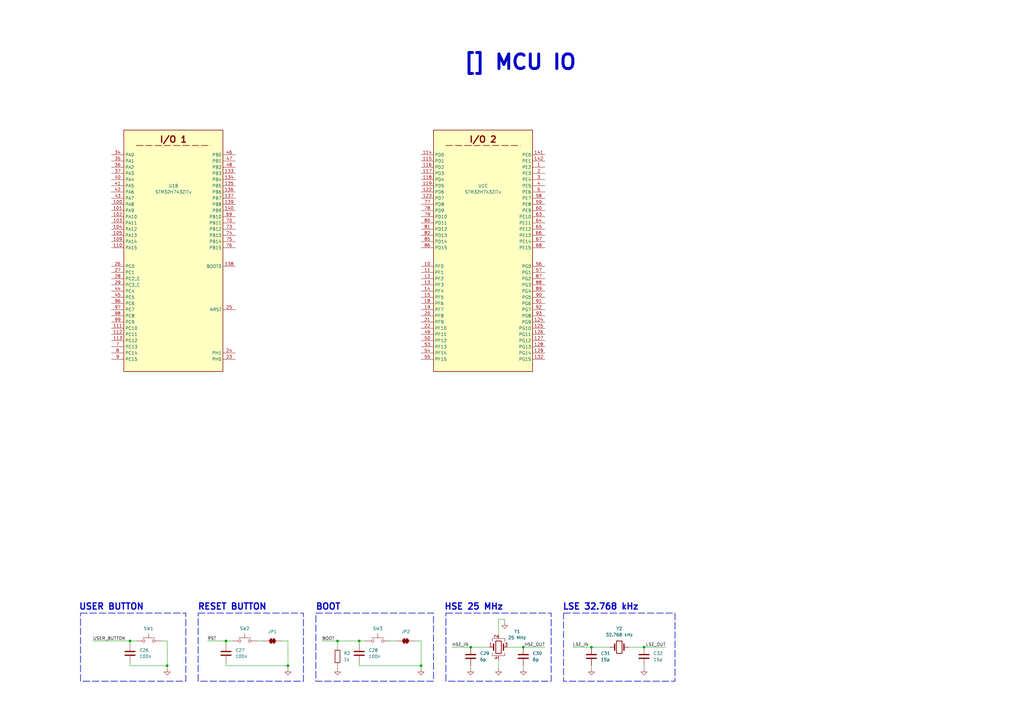
<source format=kicad_sch>
(kicad_sch (version 20250114) (generator "eeschema") (generator_version "9.0")
  (paper "A3")
  (title_block (title "MCU IO") (date "2025-12-13") (rev "1.0") (company "Hoppen"))
  (lib_symbols
    (symbol "0_mcu:STM32H743ZITx"
      (property "Reference" "U1" (at 0 66.04 0))
      (property "Value" "STM32H743ZITx" (at 0 63.5 0))
      (symbol "STM32H743ZITx_1_1"
        (rectangle (start -15.24 60.96) (end 15.24 0) (stroke (width 0.254)) (fill (type background)))
        (polyline (pts (xy -11.43 54.61) (xy 12.7 54.61)) (stroke (width 0.254) (type dash)))
        (text "POWER" (at 0 57.15 0) (effects (font (size 2.54 2.54) (thickness 0.508) (bold yes))))
        (pin power_in line (at -20.32 52.07 0) (length 5.08) (name "VBAT") (number "6"))
        (pin power_in line (at -20.32 46.99 0) (length 5.08) (name "VDD33_USB") (number "95"))
        (pin power_in line (at -20.32 41.91 0) (length 5.08) (name "VDD") (number "144"))
        (pin power_in line (at -20.32 39.37 0) (length 5.08) (name "VDD") (number "131"))
        (pin power_in line (at -20.32 36.83 0) (length 5.08) (name "VDD") (number "121"))
        (pin power_in line (at -20.32 34.29 0) (length 5.08) (name "VDD") (number "108"))
        (pin power_in line (at -20.32 31.75 0) (length 5.08) (name "VDD") (number "84"))
        (pin power_in line (at -20.32 29.21 0) (length 5.08) (name "VDD") (number "72"))
        (pin power_in line (at -20.32 26.67 0) (length 5.08) (name "VDD") (number "62"))
        (pin power_in line (at -20.32 24.13 0) (length 5.08) (name "VDD") (number "52"))
        (pin power_in line (at -20.32 21.59 0) (length 5.08) (name "VDD") (number "39"))
        (pin power_in line (at -20.32 19.05 0) (length 5.08) (name "VDD") (number "30"))
        (pin power_in line (at -20.32 16.51 0) (length 5.08) (name "VDD") (number "17"))
        (pin input line (at -20.32 12.7 0) (length 5.08) (name "PDR_ON") (number "143"))
        (pin power_in line (at -20.32 7.62 0) (length 5.08) (name "VDDA") (number "33"))
        (pin input line (at -20.32 2.54 0) (length 5.08) (name "VREF+") (number "32"))
        (pin power_out line (at 20.32 52.07 180) (length 5.08) (name "VCAP") (number "106"))
        (pin power_out line (at 20.32 49.53 180) (length 5.08) (name "VCAP") (number "71"))
        (pin power_in line (at 20.32 41.91 180) (length 5.08) (name "VSS") (number "16"))
        (pin power_in line (at 20.32 39.37 180) (length 5.08) (name "VSS") (number "38"))
        (pin power_in line (at 20.32 36.83 180) (length 5.08) (name "VSS") (number "51"))
        (pin power_in line (at 20.32 34.29 180) (length 5.08) (name "VSS") (number "61"))
        (pin power_in line (at 20.32 31.75 180) (length 5.08) (name "VSS") (number "83"))
        (pin power_in line (at 20.32 29.21 180) (length 5.08) (name "VSS") (number "94"))
        (pin power_in line (at 20.32 26.67 180) (length 5.08) (name "VSS") (number "107"))
        (pin power_in line (at 20.32 24.13 180) (length 5.08) (name "VSS") (number "120"))
        (pin power_in line (at 20.32 21.59 180) (length 5.08) (name "VSS") (number "130"))
        (pin power_in line (at 20.32 16.51 180) (length 5.08) (name "VSSA") (number "31"))
      )
      (symbol "STM32H743ZITx_2_1"
        (rectangle (start -20.32 88.9) (end 20.32 -10.16) (stroke (width 0.254)) (fill (type background)))
        (polyline (pts (xy -15.24 82.55) (xy 15.24 82.55)) (stroke (width 0.254) (type dash)))
        (text "I/O 1\n" (at 0 85.09 0) (effects (font (size 2.54 2.54) (thickness 0.508) (bold yes))))
        (pin bidirectional line (at -25.4 78.74 0) (length 5.08) (name "PA0") (number "34"))
        (pin bidirectional line (at -25.4 76.2 0) (length 5.08) (name "PA1") (number "35"))
        (pin bidirectional line (at -25.4 73.66 0) (length 5.08) (name "PA2") (number "36"))
        (pin bidirectional line (at -25.4 71.12 0) (length 5.08) (name "PA3") (number "37"))
        (pin bidirectional line (at -25.4 68.58 0) (length 5.08) (name "PA4") (number "40"))
        (pin bidirectional line (at -25.4 66.04 0) (length 5.08) (name "PA5") (number "41"))
        (pin bidirectional line (at -25.4 63.5 0) (length 5.08) (name "PA6") (number "42"))
        (pin bidirectional line (at -25.4 60.96 0) (length 5.08) (name "PA7") (number "43"))
        (pin bidirectional line (at -25.4 58.42 0) (length 5.08) (name "PA8") (number "100"))
        (pin bidirectional line (at -25.4 55.88 0) (length 5.08) (name "PA9") (number "101"))
        (pin bidirectional line (at -25.4 53.34 0) (length 5.08) (name "PA10") (number "102"))
        (pin bidirectional line (at -25.4 50.8 0) (length 5.08) (name "PA11") (number "103"))
        (pin bidirectional line (at -25.4 48.26 0) (length 5.08) (name "PA12") (number "104"))
        (pin bidirectional line (at -25.4 45.72 0) (length 5.08) (name "PA13") (number "105"))
        (pin bidirectional line (at -25.4 43.18 0) (length 5.08) (name "PA14") (number "109"))
        (pin bidirectional line (at -25.4 40.64 0) (length 5.08) (name "PA15") (number "110"))
        (pin bidirectional line (at -25.4 33.02 0) (length 5.08) (name "PC0") (number "26"))
        (pin bidirectional line (at -25.4 30.48 0) (length 5.08) (name "PC1") (number "27"))
        (pin bidirectional line (at -25.4 27.94 0) (length 5.08) (name "PC2_C") (number "28"))
        (pin bidirectional line (at -25.4 25.4 0) (length 5.08) (name "PC3_C") (number "29"))
        (pin bidirectional line (at -25.4 22.86 0) (length 5.08) (name "PC4") (number "44"))
        (pin bidirectional line (at -25.4 20.32 0) (length 5.08) (name "PC5") (number "45"))
        (pin bidirectional line (at -25.4 17.78 0) (length 5.08) (name "PC6") (number "96"))
        (pin bidirectional line (at -25.4 15.24 0) (length 5.08) (name "PC7") (number "97"))
        (pin bidirectional line (at -25.4 12.7 0) (length 5.08) (name "PC8") (number "98"))
        (pin bidirectional line (at -25.4 10.16 0) (length 5.08) (name "PC9") (number "99"))
        (pin bidirectional line (at -25.4 7.62 0) (length 5.08) (name "PC10") (number "111"))
        (pin bidirectional line (at -25.4 5.08 0) (length 5.08) (name "PC11") (number "112"))
        (pin bidirectional line (at -25.4 2.54 0) (length 5.08) (name "PC12") (number "113"))
        (pin bidirectional line (at -25.4 0 0) (length 5.08) (name "PC13") (number "7"))
        (pin bidirectional line (at -25.4 -2.54 0) (length 5.08) (name "PC14") (number "8"))
        (pin bidirectional line (at -25.4 -5.08 0) (length 5.08) (name "PC15") (number "9"))
        (pin input line (at 20.32 33.02 0) (length 5.08) (name "NRST") (number "25"))
        (pin input line (at 20.32 15.24 0) (length 5.08) (name "BOOT0") (number "138"))
        (pin bidirectional line (at 25.4 78.74 180) (length 5.08) (name "PB0") (number "46"))
        (pin bidirectional line (at 25.4 76.2 180) (length 5.08) (name "PB1") (number "47"))
        (pin bidirectional line (at 25.4 73.66 180) (length 5.08) (name "PB2") (number "48"))
        (pin bidirectional line (at 25.4 71.12 180) (length 5.08) (name "PB3") (number "133"))
        (pin bidirectional line (at 25.4 68.58 180) (length 5.08) (name "PB4") (number "134"))
        (pin bidirectional line (at 25.4 66.04 180) (length 5.08) (name "PB5") (number "135"))
        (pin bidirectional line (at 25.4 63.5 180) (length 5.08) (name "PB6") (number "136"))
        (pin bidirectional line (at 25.4 60.96 180) (length 5.08) (name "PB7") (number "137"))
        (pin bidirectional line (at 25.4 58.42 180) (length 5.08) (name "PB8") (number "139"))
        (pin bidirectional line (at 25.4 55.88 180) (length 5.08) (name "PB9") (number "140"))
        (pin bidirectional line (at 25.4 53.34 180) (length 5.08) (name "PB10") (number "69"))
        (pin bidirectional line (at 25.4 50.8 180) (length 5.08) (name "PB11") (number "70"))
        (pin bidirectional line (at 25.4 48.26 180) (length 5.08) (name "PB12") (number "73"))
        (pin bidirectional line (at 25.4 45.72 180) (length 5.08) (name "PB13") (number "74"))
        (pin bidirectional line (at 25.4 43.18 180) (length 5.08) (name "PB14") (number "75"))
        (pin bidirectional line (at 25.4 40.64 180) (length 5.08) (name "PB15") (number "76"))
        (pin bidirectional line (at 25.4 -2.54 180) (length 5.08) (name "PH1") (number "24"))
        (pin bidirectional line (at 25.4 -5.08 180) (length 5.08) (name "PH0") (number "23"))
      )
      (symbol "STM32H743ZITx_3_1"
        (rectangle (start -20.32 88.9) (end 20.32 -10.16) (stroke (width 0.254)) (fill (type background)))
        (polyline (pts (xy -15.24 82.55) (xy 15.24 82.55)) (stroke (width 0.254) (type dash)))
        (text "I/O 2\n" (at 0 85.09 0) (effects (font (size 2.54 2.54) (thickness 0.508) (bold yes))))
        (pin bidirectional line (at -25.4 78.74 0) (length 5.08) (name "PD0") (number "114"))
        (pin bidirectional line (at -25.4 76.2 0) (length 5.08) (name "PD1") (number "115"))
        (pin bidirectional line (at -25.4 73.66 0) (length 5.08) (name "PD2") (number "116"))
        (pin bidirectional line (at -25.4 71.12 0) (length 5.08) (name "PD3") (number "117"))
        (pin bidirectional line (at -25.4 68.58 0) (length 5.08) (name "PD4") (number "118"))
        (pin bidirectional line (at -25.4 66.04 0) (length 5.08) (name "PD5") (number "119"))
        (pin bidirectional line (at -25.4 63.5 0) (length 5.08) (name "PD6") (number "122"))
        (pin bidirectional line (at -25.4 60.96 0) (length 5.08) (name "PD7") (number "123"))
        (pin bidirectional line (at -25.4 58.42 0) (length 5.08) (name "PD8") (number "77"))
        (pin bidirectional line (at -25.4 55.88 0) (length 5.08) (name "PD9") (number "78"))
        (pin bidirectional line (at -25.4 53.34 0) (length 5.08) (name "PD10") (number "79"))
        (pin bidirectional line (at -25.4 50.8 0) (length 5.08) (name "PD11") (number "80"))
        (pin bidirectional line (at -25.4 48.26 0) (length 5.08) (name "PD12") (number "81"))
        (pin bidirectional line (at -25.4 45.72 0) (length 5.08) (name "PD13") (number "82"))
        (pin bidirectional line (at -25.4 43.18 0) (length 5.08) (name "PD14") (number "85"))
        (pin bidirectional line (at -25.4 40.64 0) (length 5.08) (name "PD15") (number "86"))
        (pin bidirectional line (at -25.4 33.02 0) (length 5.08) (name "PF0") (number "10"))
        (pin bidirectional line (at -25.4 30.48 0) (length 5.08) (name "PF1") (number "11"))
        (pin bidirectional line (at -25.4 27.94 0) (length 5.08) (name "PF2") (number "12"))
        (pin bidirectional line (at -25.4 25.4 0) (length 5.08) (name "PF3") (number "13"))
        (pin bidirectional line (at -25.4 22.86 0) (length 5.08) (name "PF4") (number "14"))
        (pin bidirectional line (at -25.4 20.32 0) (length 5.08) (name "PF5") (number "15"))
        (pin bidirectional line (at -25.4 17.78 0) (length 5.08) (name "PF6") (number "18"))
        (pin bidirectional line (at -25.4 15.24 0) (length 5.08) (name "PF7") (number "19"))
        (pin bidirectional line (at -25.4 12.7 0) (length 5.08) (name "PF8") (number "20"))
        (pin bidirectional line (at -25.4 10.16 0) (length 5.08) (name "PF9") (number "21"))
        (pin bidirectional line (at -25.4 7.62 0) (length 5.08) (name "PF10") (number "22"))
        (pin bidirectional line (at -25.4 5.08 0) (length 5.08) (name "PF11") (number "49"))
        (pin bidirectional line (at -25.4 2.54 0) (length 5.08) (name "PF12") (number "50"))
        (pin bidirectional line (at -25.4 0 0) (length 5.08) (name "PF13") (number "53"))
        (pin bidirectional line (at -25.4 -2.54 0) (length 5.08) (name "PF14") (number "54"))
        (pin bidirectional line (at -25.4 -5.08 0) (length 5.08) (name "PF15") (number "55"))
        (pin bidirectional line (at 25.4 78.74 180) (length 5.08) (name "PE0") (number "141"))
        (pin bidirectional line (at 25.4 76.2 180) (length 5.08) (name "PE1") (number "142"))
        (pin bidirectional line (at 25.4 73.66 180) (length 5.08) (name "PE2") (number "1"))
        (pin bidirectional line (at 25.4 71.12 180) (length 5.08) (name "PE3") (number "2"))
        (pin bidirectional line (at 25.4 68.58 180) (length 5.08) (name "PE4") (number "3"))
        (pin bidirectional line (at 25.4 66.04 180) (length 5.08) (name "PE5") (number "4"))
        (pin bidirectional line (at 25.4 63.5 180) (length 5.08) (name "PE6") (number "5"))
        (pin bidirectional line (at 25.4 60.96 180) (length 5.08) (name "PE7") (number "58"))
        (pin bidirectional line (at 25.4 58.42 180) (length 5.08) (name "PE8") (number "59"))
        (pin bidirectional line (at 25.4 55.88 180) (length 5.08) (name "PE9") (number "60"))
        (pin bidirectional line (at 25.4 53.34 180) (length 5.08) (name "PE10") (number "63"))
        (pin bidirectional line (at 25.4 50.8 180) (length 5.08) (name "PE11") (number "64"))
        (pin bidirectional line (at 25.4 48.26 180) (length 5.08) (name "PE12") (number "65"))
        (pin bidirectional line (at 25.4 45.72 180) (length 5.08) (name "PE13") (number "66"))
        (pin bidirectional line (at 25.4 43.18 180) (length 5.08) (name "PE14") (number "67"))
        (pin bidirectional line (at 25.4 40.64 180) (length 5.08) (name "PE15") (number "68"))
        (pin bidirectional line (at 25.4 33.02 180) (length 5.08) (name "PG0") (number "56"))
        (pin bidirectional line (at 25.4 30.48 180) (length 5.08) (name "PG1") (number "57"))
        (pin bidirectional line (at 25.4 27.94 180) (length 5.08) (name "PG2") (number "87"))
        (pin bidirectional line (at 25.4 25.4 180) (length 5.08) (name "PG3") (number "88"))
        (pin bidirectional line (at 25.4 22.86 180) (length 5.08) (name "PG4") (number "89"))
        (pin bidirectional line (at 25.4 20.32 180) (length 5.08) (name "PG5") (number "90"))
        (pin bidirectional line (at 25.4 17.78 180) (length 5.08) (name "PG6") (number "91"))
        (pin bidirectional line (at 25.4 15.24 180) (length 5.08) (name "PG7") (number "92"))
        (pin bidirectional line (at 25.4 12.7 180) (length 5.08) (name "PG8") (number "93"))
        (pin bidirectional line (at 25.4 10.16 180) (length 5.08) (name "PG9") (number "124"))
        (pin bidirectional line (at 25.4 7.62 180) (length 5.08) (name "PG10") (number "125"))
        (pin bidirectional line (at 25.4 5.08 180) (length 5.08) (name "PG11") (number "126"))
        (pin bidirectional line (at 25.4 2.54 180) (length 5.08) (name "PG12") (number "127"))
        (pin bidirectional line (at 25.4 0 180) (length 5.08) (name "PG13") (number "128"))
        (pin bidirectional line (at 25.4 -2.54 180) (length 5.08) (name "PG14") (number "129"))
        (pin bidirectional line (at 25.4 -5.08 180) (length 5.08) (name "PG15") (number "132"))
      )
    )
    (symbol "0_misc:SW_Push" (pin_numbers (hide yes)) (pin_names (offset 1.016) (hide yes))
      (property "Reference" "SW" (at 1.27 2.54 0))
      (property "Value" "SW_Push" (at 0 -1.524 0))
      (symbol "SW_Push_0_1"
        (circle (center -2.032 0) (radius 0.508))
        (polyline (pts (xy 0 1.27) (xy 0 3.048)))
        (circle (center 2.032 0) (radius 0.508))
        (polyline (pts (xy 2.54 1.27) (xy -2.54 1.27)))
        (pin passive line (at -5.08 0 0) (length 2.54) (name "1") (number "1"))
        (pin passive line (at 5.08 0 180) (length 2.54) (name "2") (number "2"))
      )
    )
    (symbol "0_misc:SolderJumper_2_Bridged" (pin_numbers (hide yes)) (pin_names (offset 0) (hide yes)) (in_bom no)
      (property "Reference" "JP" (at 0 2.032 0))
      (symbol "SolderJumper_2_Bridged_0_1"
        (rectangle (start -0.508 0.508) (end 0.508 -0.508) (fill (type outline)))
        (polyline (pts (xy -0.254 1.016) (xy -0.254 -1.016)))
        (arc (start -0.254 -1.016) (mid -1.2656 0) (end -0.254 1.016))
        (arc (start -0.254 -1.016) (mid -1.2656 0) (end -0.254 1.016) (fill (type outline)))
        (arc (start 0.254 1.016) (mid 1.2656 0) (end 0.254 -1.016))
        (arc (start 0.254 1.016) (mid 1.2656 0) (end 0.254 -1.016) (fill (type outline)))
        (polyline (pts (xy 0.254 1.016) (xy 0.254 -1.016)))
      )
      (symbol "SolderJumper_2_Bridged_1_1"
        (pin passive line (at -3.81 0 0) (length 2.54) (name "A") (number "1"))
        (pin passive line (at 3.81 0 180) (length 2.54) (name "B") (number "2"))
      )
    )
    (symbol "Device:C" (pin_numbers (hide yes)) (pin_names (offset 0.254))
      (property "Reference" "C" (at 0.635 2.54 0))
      (property "Value" "C" (at 0.635 -2.54 0))
      (symbol "C_0_1"
        (polyline (pts (xy -2.032 0.762) (xy 2.032 0.762)) (stroke (width 0.508)))
        (polyline (pts (xy -2.032 -0.762) (xy 2.032 -0.762)) (stroke (width 0.508)))
      )
      (symbol "C_1_1"
        (pin passive line (at 0 3.81 270) (length 2.794) (name "~") (number "1"))
        (pin passive line (at 0 -3.81 90) (length 2.794) (name "~") (number "2"))
      )
    )
    (symbol "Device:Crystal" (pin_numbers (hide yes)) (pin_names (offset 1.016) (hide yes))
      (property "Reference" "Y" (at 0 3.81 0))
      (property "Value" "Crystal" (at 0 -3.81 0))
      (symbol "Crystal_0_1"
        (polyline (pts (xy -2.54 0) (xy -1.905 0)))
        (polyline (pts (xy -1.905 -1.27) (xy -1.905 1.27)) (stroke (width 0.508)))
        (rectangle (start -1.143 2.54) (end 1.143 -2.54) (stroke (width 0.3048)))
        (polyline (pts (xy 1.905 -1.27) (xy 1.905 1.27)) (stroke (width 0.508)))
        (polyline (pts (xy 2.54 0) (xy 1.905 0)))
      )
      (symbol "Crystal_1_1"
        (pin passive line (at -3.81 0 0) (length 1.27) (name "1") (number "1"))
        (pin passive line (at 3.81 0 180) (length 1.27) (name "2") (number "2"))
      )
    )
    (symbol "Device:Crystal_GND24" (pin_names (offset 1.016) (hide yes))
      (property "Reference" "Y" (at 3.175 5.08 0))
      (property "Value" "Crystal_GND24" (at 3.175 3.175 0))
      (symbol "Crystal_GND24_0_1"
        (polyline (pts (xy -2.54 2.286) (xy -2.54 3.556) (xy 2.54 3.556) (xy 2.54 2.286)))
        (polyline (pts (xy -2.54 0) (xy -2.032 0)))
        (polyline (pts (xy -2.54 -2.286) (xy -2.54 -3.556) (xy 2.54 -3.556) (xy 2.54 -2.286)))
        (polyline (pts (xy -2.032 -1.27) (xy -2.032 1.27)) (stroke (width 0.508)))
        (rectangle (start -1.143 2.54) (end 1.143 -2.54) (stroke (width 0.3048)))
        (polyline (pts (xy 0 3.556) (xy 0 3.81)))
        (polyline (pts (xy 0 -3.81) (xy 0 -3.556)))
        (polyline (pts (xy 2.032 0) (xy 2.54 0)))
        (polyline (pts (xy 2.032 -1.27) (xy 2.032 1.27)) (stroke (width 0.508)))
      )
      (symbol "Crystal_GND24_1_1"
        (pin passive line (at -3.81 0 0) (length 1.27) (name "1") (number "1"))
        (pin passive line (at 0 5.08 270) (length 1.27) (name "2") (number "2"))
        (pin passive line (at 0 -5.08 90) (length 1.27) (name "4") (number "4"))
        (pin passive line (at 3.81 0 180) (length 1.27) (name "3") (number "3"))
      )
    )
    (symbol "Device:R" (pin_numbers (hide yes)) (pin_names (offset 0))
      (property "Reference" "R" (at 2.032 0 90))
      (property "Value" "R" (at 0 0 90))
      (symbol "R_0_1"
        (rectangle (start -1.016 -2.54) (end 1.016 2.54) (stroke (width 0.254)))
      )
      (symbol "R_1_1"
        (pin passive line (at 0 3.81 270) (length 1.27) (name "~") (number "1"))
        (pin passive line (at 0 -3.81 90) (length 1.27) (name "~") (number "2"))
      )
    )
    (symbol "STM32H743ZITx_1"
      (property "Reference" "U" (at -15.24 90.17 0))
      (property "Value" "STM32H743ZITx" (at 7.62 90.17 0))
      (symbol "STM32H743ZITx_1_1_1"
        (rectangle (start -15.24 60.96) (end 15.24 0) (stroke (width 0.254)) (fill (type background)))
        (polyline (pts (xy -11.43 54.61) (xy 12.7 54.61)) (stroke (width 0.254) (type dash)))
        (text "POWER" (at 0 57.15 0) (effects (font (size 2.54 2.54) (thickness 0.508) (bold yes))))
        (pin power_in line (at -20.32 52.07 0) (length 5.08) (name "VBAT") (number "6"))
        (pin power_in line (at -20.32 46.99 0) (length 5.08) (name "VDD33_USB") (number "95"))
        (pin power_in line (at -20.32 41.91 0) (length 5.08) (name "VDD") (number "144"))
        (pin power_in line (at -20.32 39.37 0) (length 5.08) (name "VDD") (number "131"))
        (pin power_in line (at -20.32 36.83 0) (length 5.08) (name "VDD") (number "121"))
        (pin power_in line (at -20.32 34.29 0) (length 5.08) (name "VDD") (number "108"))
        (pin power_in line (at -20.32 31.75 0) (length 5.08) (name "VDD") (number "84"))
        (pin power_in line (at -20.32 29.21 0) (length 5.08) (name "VDD") (number "72"))
        (pin power_in line (at -20.32 26.67 0) (length 5.08) (name "VDD") (number "62"))
        (pin power_in line (at -20.32 24.13 0) (length 5.08) (name "VDD") (number "52"))
        (pin power_in line (at -20.32 21.59 0) (length 5.08) (name "VDD") (number "39"))
        (pin power_in line (at -20.32 19.05 0) (length 5.08) (name "VDD") (number "30"))
        (pin power_in line (at -20.32 16.51 0) (length 5.08) (name "VDD") (number "17"))
        (pin input line (at -20.32 12.7 0) (length 5.08) (name "PDR_ON") (number "143"))
        (pin power_in line (at -20.32 7.62 0) (length 5.08) (name "VDDA") (number "33"))
        (pin input line (at -20.32 2.54 0) (length 5.08) (name "VREF+") (number "32"))
        (pin power_out line (at 20.32 52.07 180) (length 5.08) (name "VCAP") (number "106"))
        (pin power_out line (at 20.32 49.53 180) (length 5.08) (name "VCAP") (number "71"))
        (pin power_in line (at 20.32 41.91 180) (length 5.08) (name "VSS") (number "16"))
        (pin power_in line (at 20.32 39.37 180) (length 5.08) (name "VSS") (number "38"))
        (pin power_in line (at 20.32 36.83 180) (length 5.08) (name "VSS") (number "51"))
        (pin power_in line (at 20.32 34.29 180) (length 5.08) (name "VSS") (number "61"))
        (pin power_in line (at 20.32 31.75 180) (length 5.08) (name "VSS") (number "83"))
        (pin power_in line (at 20.32 29.21 180) (length 5.08) (name "VSS") (number "94"))
        (pin power_in line (at 20.32 26.67 180) (length 5.08) (name "VSS") (number "107"))
        (pin power_in line (at 20.32 24.13 180) (length 5.08) (name "VSS") (number "120"))
        (pin power_in line (at 20.32 21.59 180) (length 5.08) (name "VSS") (number "130"))
        (pin power_in line (at 20.32 16.51 180) (length 5.08) (name "VSSA") (number "31"))
      )
      (symbol "STM32H743ZITx_1_2_1"
        (rectangle (start -20.32 88.9) (end 20.32 -10.16) (stroke (width 0.254)) (fill (type background)))
        (polyline (pts (xy -15.24 82.55) (xy 15.24 82.55)) (stroke (width 0.254) (type dash)))
        (text "I/O 1\n" (at 0 85.09 0) (effects (font (size 2.54 2.54) (thickness 0.508) (bold yes))))
        (pin bidirectional line (at -25.4 78.74 0) (length 5.08) (name "PA0") (number "34"))
        (pin bidirectional line (at -25.4 76.2 0) (length 5.08) (name "PA1") (number "35"))
        (pin bidirectional line (at -25.4 73.66 0) (length 5.08) (name "PA2") (number "36"))
        (pin bidirectional line (at -25.4 71.12 0) (length 5.08) (name "PA3") (number "37"))
        (pin bidirectional line (at -25.4 68.58 0) (length 5.08) (name "PA4") (number "40"))
        (pin bidirectional line (at -25.4 66.04 0) (length 5.08) (name "PA5") (number "41"))
        (pin bidirectional line (at -25.4 63.5 0) (length 5.08) (name "PA6") (number "42"))
        (pin bidirectional line (at -25.4 60.96 0) (length 5.08) (name "PA7") (number "43"))
        (pin bidirectional line (at -25.4 58.42 0) (length 5.08) (name "PA8") (number "100"))
        (pin bidirectional line (at -25.4 55.88 0) (length 5.08) (name "PA9") (number "101"))
        (pin bidirectional line (at -25.4 53.34 0) (length 5.08) (name "PA10") (number "102"))
        (pin bidirectional line (at -25.4 50.8 0) (length 5.08) (name "PA11") (number "103"))
        (pin bidirectional line (at -25.4 48.26 0) (length 5.08) (name "PA12") (number "104"))
        (pin bidirectional line (at -25.4 45.72 0) (length 5.08) (name "PA13") (number "105"))
        (pin bidirectional line (at -25.4 43.18 0) (length 5.08) (name "PA14") (number "109"))
        (pin bidirectional line (at -25.4 40.64 0) (length 5.08) (name "PA15") (number "110"))
        (pin bidirectional line (at -25.4 33.02 0) (length 5.08) (name "PC0") (number "26"))
        (pin bidirectional line (at -25.4 30.48 0) (length 5.08) (name "PC1") (number "27"))
        (pin bidirectional line (at -25.4 27.94 0) (length 5.08) (name "PC2_C") (number "28"))
        (pin bidirectional line (at -25.4 25.4 0) (length 5.08) (name "PC3_C") (number "29"))
        (pin bidirectional line (at -25.4 22.86 0) (length 5.08) (name "PC4") (number "44"))
        (pin bidirectional line (at -25.4 20.32 0) (length 5.08) (name "PC5") (number "45"))
        (pin bidirectional line (at -25.4 17.78 0) (length 5.08) (name "PC6") (number "96"))
        (pin bidirectional line (at -25.4 15.24 0) (length 5.08) (name "PC7") (number "97"))
        (pin bidirectional line (at -25.4 12.7 0) (length 5.08) (name "PC8") (number "98"))
        (pin bidirectional line (at -25.4 10.16 0) (length 5.08) (name "PC9") (number "99"))
        (pin bidirectional line (at -25.4 7.62 0) (length 5.08) (name "PC10") (number "111"))
        (pin bidirectional line (at -25.4 5.08 0) (length 5.08) (name "PC11") (number "112"))
        (pin bidirectional line (at -25.4 2.54 0) (length 5.08) (name "PC12") (number "113"))
        (pin bidirectional line (at -25.4 0 0) (length 5.08) (name "PC13") (number "7"))
        (pin bidirectional line (at -25.4 -2.54 0) (length 5.08) (name "PC14") (number "8"))
        (pin bidirectional line (at -25.4 -5.08 0) (length 5.08) (name "PC15") (number "9"))
        (pin bidirectional line (at 25.4 78.74 180) (length 5.08) (name "PB0") (number "46"))
        (pin bidirectional line (at 25.4 76.2 180) (length 5.08) (name "PB1") (number "47"))
        (pin bidirectional line (at 25.4 73.66 180) (length 5.08) (name "PB2") (number "48"))
        (pin bidirectional line (at 25.4 71.12 180) (length 5.08) (name "PB3") (number "133"))
        (pin bidirectional line (at 25.4 68.58 180) (length 5.08) (name "PB4") (number "134"))
        (pin bidirectional line (at 25.4 66.04 180) (length 5.08) (name "PB5") (number "135"))
        (pin bidirectional line (at 25.4 63.5 180) (length 5.08) (name "PB6") (number "136"))
        (pin bidirectional line (at 25.4 60.96 180) (length 5.08) (name "PB7") (number "137"))
        (pin bidirectional line (at 25.4 58.42 180) (length 5.08) (name "PB8") (number "139"))
        (pin bidirectional line (at 25.4 55.88 180) (length 5.08) (name "PB9") (number "140"))
        (pin bidirectional line (at 25.4 53.34 180) (length 5.08) (name "PB10") (number "69"))
        (pin bidirectional line (at 25.4 50.8 180) (length 5.08) (name "PB11") (number "70"))
        (pin bidirectional line (at 25.4 48.26 180) (length 5.08) (name "PB12") (number "73"))
        (pin bidirectional line (at 25.4 45.72 180) (length 5.08) (name "PB13") (number "74"))
        (pin bidirectional line (at 25.4 43.18 180) (length 5.08) (name "PB14") (number "75"))
        (pin bidirectional line (at 25.4 40.64 180) (length 5.08) (name "PB15") (number "76"))
        (pin input line (at 25.4 33.02 180) (length 5.08) (name "BOOT0") (number "138"))
        (pin input line (at 25.4 15.24 180) (length 5.08) (name "NRST") (number "25"))
        (pin bidirectional line (at 25.4 -2.54 180) (length 5.08) (name "PH1") (number "24"))
        (pin bidirectional line (at 25.4 -5.08 180) (length 5.08) (name "PH0") (number "23"))
      )
      (symbol "STM32H743ZITx_1_3_1"
        (rectangle (start -20.32 88.9) (end 20.32 -10.16) (stroke (width 0.254)) (fill (type background)))
        (polyline (pts (xy -15.24 82.55) (xy 15.24 82.55)) (stroke (width 0.254) (type dash)))
        (text "I/O 2\n" (at 0 85.09 0) (effects (font (size 2.54 2.54) (thickness 0.508) (bold yes))))
        (pin bidirectional line (at -25.4 78.74 0) (length 5.08) (name "PD0") (number "114"))
        (pin bidirectional line (at -25.4 76.2 0) (length 5.08) (name "PD1") (number "115"))
        (pin bidirectional line (at -25.4 73.66 0) (length 5.08) (name "PD2") (number "116"))
        (pin bidirectional line (at -25.4 71.12 0) (length 5.08) (name "PD3") (number "117"))
        (pin bidirectional line (at -25.4 68.58 0) (length 5.08) (name "PD4") (number "118"))
        (pin bidirectional line (at -25.4 66.04 0) (length 5.08) (name "PD5") (number "119"))
        (pin bidirectional line (at -25.4 63.5 0) (length 5.08) (name "PD6") (number "122"))
        (pin bidirectional line (at -25.4 60.96 0) (length 5.08) (name "PD7") (number "123"))
        (pin bidirectional line (at -25.4 58.42 0) (length 5.08) (name "PD8") (number "77"))
        (pin bidirectional line (at -25.4 55.88 0) (length 5.08) (name "PD9") (number "78"))
        (pin bidirectional line (at -25.4 53.34 0) (length 5.08) (name "PD10") (number "79"))
        (pin bidirectional line (at -25.4 50.8 0) (length 5.08) (name "PD11") (number "80"))
        (pin bidirectional line (at -25.4 48.26 0) (length 5.08) (name "PD12") (number "81"))
        (pin bidirectional line (at -25.4 45.72 0) (length 5.08) (name "PD13") (number "82"))
        (pin bidirectional line (at -25.4 43.18 0) (length 5.08) (name "PD14") (number "85"))
        (pin bidirectional line (at -25.4 40.64 0) (length 5.08) (name "PD15") (number "86"))
        (pin bidirectional line (at -25.4 33.02 0) (length 5.08) (name "PF0") (number "10"))
        (pin bidirectional line (at -25.4 30.48 0) (length 5.08) (name "PF1") (number "11"))
        (pin bidirectional line (at -25.4 27.94 0) (length 5.08) (name "PF2") (number "12"))
        (pin bidirectional line (at -25.4 25.4 0) (length 5.08) (name "PF3") (number "13"))
        (pin bidirectional line (at -25.4 22.86 0) (length 5.08) (name "PF4") (number "14"))
        (pin bidirectional line (at -25.4 20.32 0) (length 5.08) (name "PF5") (number "15"))
        (pin bidirectional line (at -25.4 17.78 0) (length 5.08) (name "PF6") (number "18"))
        (pin bidirectional line (at -25.4 15.24 0) (length 5.08) (name "PF7") (number "19"))
        (pin bidirectional line (at -25.4 12.7 0) (length 5.08) (name "PF8") (number "20"))
        (pin bidirectional line (at -25.4 10.16 0) (length 5.08) (name "PF9") (number "21"))
        (pin bidirectional line (at -25.4 7.62 0) (length 5.08) (name "PF10") (number "22"))
        (pin bidirectional line (at -25.4 5.08 0) (length 5.08) (name "PF11") (number "49"))
        (pin bidirectional line (at -25.4 2.54 0) (length 5.08) (name "PF12") (number "50"))
        (pin bidirectional line (at -25.4 0 0) (length 5.08) (name "PF13") (number "53"))
        (pin bidirectional line (at -25.4 -2.54 0) (length 5.08) (name "PF14") (number "54"))
        (pin bidirectional line (at -25.4 -5.08 0) (length 5.08) (name "PF15") (number "55"))
        (pin bidirectional line (at 25.4 78.74 180) (length 5.08) (name "PE0") (number "141"))
        (pin bidirectional line (at 25.4 76.2 180) (length 5.08) (name "PE1") (number "142"))
        (pin bidirectional line (at 25.4 73.66 180) (length 5.08) (name "PE2") (number "1"))
        (pin bidirectional line (at 25.4 71.12 180) (length 5.08) (name "PE3") (number "2"))
        (pin bidirectional line (at 25.4 68.58 180) (length 5.08) (name "PE4") (number "3"))
        (pin bidirectional line (at 25.4 66.04 180) (length 5.08) (name "PE5") (number "4"))
        (pin bidirectional line (at 25.4 63.5 180) (length 5.08) (name "PE6") (number "5"))
        (pin bidirectional line (at 25.4 60.96 180) (length 5.08) (name "PE7") (number "58"))
        (pin bidirectional line (at 25.4 58.42 180) (length 5.08) (name "PE8") (number "59"))
        (pin bidirectional line (at 25.4 55.88 180) (length 5.08) (name "PE9") (number "60"))
        (pin bidirectional line (at 25.4 53.34 180) (length 5.08) (name "PE10") (number "63"))
        (pin bidirectional line (at 25.4 50.8 180) (length 5.08) (name "PE11") (number "64"))
        (pin bidirectional line (at 25.4 48.26 180) (length 5.08) (name "PE12") (number "65"))
        (pin bidirectional line (at 25.4 45.72 180) (length 5.08) (name "PE13") (number "66"))
        (pin bidirectional line (at 25.4 43.18 180) (length 5.08) (name "PE14") (number "67"))
        (pin bidirectional line (at 25.4 40.64 180) (length 5.08) (name "PE15") (number "68"))
        (pin bidirectional line (at 25.4 33.02 180) (length 5.08) (name "PG0") (number "56"))
        (pin bidirectional line (at 25.4 30.48 180) (length 5.08) (name "PG1") (number "57"))
        (pin bidirectional line (at 25.4 27.94 180) (length 5.08) (name "PG2") (number "87"))
        (pin bidirectional line (at 25.4 25.4 180) (length 5.08) (name "PG3") (number "88"))
        (pin bidirectional line (at 25.4 22.86 180) (length 5.08) (name "PG4") (number "89"))
        (pin bidirectional line (at 25.4 20.32 180) (length 5.08) (name "PG5") (number "90"))
        (pin bidirectional line (at 25.4 17.78 180) (length 5.08) (name "PG6") (number "91"))
        (pin bidirectional line (at 25.4 15.24 180) (length 5.08) (name "PG7") (number "92"))
        (pin bidirectional line (at 25.4 12.7 180) (length 5.08) (name "PG8") (number "93"))
        (pin bidirectional line (at 25.4 10.16 180) (length 5.08) (name "PG9") (number "124"))
        (pin bidirectional line (at 25.4 7.62 180) (length 5.08) (name "PG10") (number "125"))
        (pin bidirectional line (at 25.4 5.08 180) (length 5.08) (name "PG11") (number "126"))
        (pin bidirectional line (at 25.4 2.54 180) (length 5.08) (name "PG12") (number "127"))
        (pin bidirectional line (at 25.4 0 180) (length 5.08) (name "PG13") (number "128"))
        (pin bidirectional line (at 25.4 -2.54 180) (length 5.08) (name "PG14") (number "129"))
        (pin bidirectional line (at 25.4 -5.08 180) (length 5.08) (name "PG15") (number "132"))
      )
    )
    (symbol "power:GND" (power) (pin_numbers (hide yes)) (pin_names (offset 0) (hide yes))
      (property "Value" "GND" (at 0 -3.81 0))
      (symbol "GND_0_1"
        (polyline (pts (xy 0 0) (xy 0 -1.27) (xy 1.27 -1.27) (xy 0 -2.54) (xy -1.27 -1.27) (xy 0 -1.27)))
      )
      (symbol "GND_1_1"
        (pin power_in line (at 0 0 270) (length 0) (name "~") (number "1"))
      )
    )
  )
  (rectangle (start 182.88 251.46) (end 226.06 279.4) (stroke (width 0.254) (type dash)))
  (rectangle (start 129.54 251.46) (end 177.8 279.4) (stroke (width 0.254) (type dash)))
  (rectangle (start 231.14 251.46) (end 276.86 279.4) (stroke (width 0.254) (type dash)))
  (rectangle (start 81.28 251.46) (end 124.46 279.4) (stroke (width 0.254) (type dash)))
  (rectangle (start 33.02 251.46) (end 76.2 279.4) (stroke (width 0.254) (type dash)))
  (text "HSE 25 MHz" (at 194.31 248.92 0) (effects (font (size 2.54 2.54) (thickness 0.508) (bold yes))))
  (text "BOOT\n" (at 134.62 248.92 0) (effects (font (size 2.54 2.54) (thickness 0.508) (bold yes))))
  (text "RESET BUTTON\n" (at 95.25 248.92 0) (effects (font (size 2.54 2.54) (thickness 0.508) (bold yes))))
  (text "LSE 32.768 kHz\n" (at 246.38 248.92 0) (effects (font (size 2.54 2.54) (thickness 0.508) (bold yes))))
  (text "USER BUTTON\n" (at 45.72 248.92 0) (effects (font (size 2.54 2.54) (thickness 0.508) (bold yes))))
  (text_box "[${#}] ${TITLE}" (at 166.37 19.05 0) (size 93.98 12.7) (margins 4.4999 4.4999 4.4999 4.4999) (stroke (width -0.0001)) (effects (font (size 6 6) (thickness 1.2) (bold yes))))
  (junction (at 172.72 273.05))
  (junction (at 138.43 262.89))
  (junction (at 118.11 273.05))
  (junction (at 68.58 273.05))
  (junction (at 53.34 262.89))
  (junction (at 264.16 265.43))
  (junction (at 214.63 265.43))
  (junction (at 242.57 265.43))
  (junction (at 92.71 262.89))
  (junction (at 193.04 265.43))
  (junction (at 147.32 262.89))
  (wire (pts (xy 92.71 262.89) (xy 92.71 264.16)))
  (wire (pts (xy 53.34 273.05) (xy 68.58 273.05)))
  (wire (pts (xy 170.18 262.89) (xy 172.72 262.89)))
  (wire (pts (xy 257.81 265.43) (xy 264.16 265.43)))
  (wire (pts (xy 138.43 265.43) (xy 138.43 262.89)))
  (wire (pts (xy 53.34 271.78) (xy 53.34 273.05)))
  (wire (pts (xy 138.43 262.89) (xy 147.32 262.89)))
  (wire (pts (xy 147.32 271.78) (xy 147.32 273.05)))
  (wire (pts (xy 147.32 273.05) (xy 172.72 273.05)))
  (wire (pts (xy 208.28 265.43) (xy 214.63 265.43)))
  (wire (pts (xy 242.57 274.32) (xy 242.57 273.05)))
  (wire (pts (xy 214.63 265.43) (xy 223.52 265.43)))
  (wire (pts (xy 204.47 260.35) (xy 204.47 254)))
  (wire (pts (xy 204.47 254) (xy 207.01 254)))
  (wire (pts (xy 147.32 262.89) (xy 149.86 262.89)))
  (wire (pts (xy 92.71 273.05) (xy 118.11 273.05)))
  (wire (pts (xy 92.71 262.89) (xy 95.25 262.89)))
  (wire (pts (xy 242.57 265.43) (xy 250.19 265.43)))
  (wire (pts (xy 204.47 270.51) (xy 204.47 274.32)))
  (wire (pts (xy 147.32 262.89) (xy 147.32 264.16)))
  (wire (pts (xy 264.16 274.32) (xy 264.16 273.05)))
  (wire (pts (xy 234.95 265.43) (xy 242.57 265.43)))
  (wire (pts (xy 115.57 262.89) (xy 118.11 262.89)))
  (wire (pts (xy 207.01 254) (xy 207.01 255.27)))
  (wire (pts (xy 92.71 271.78) (xy 92.71 273.05)))
  (wire (pts (xy 193.04 274.32) (xy 193.04 273.05)))
  (wire (pts (xy 68.58 262.89) (xy 68.58 273.05)))
  (wire (pts (xy 214.63 274.32) (xy 214.63 273.05)))
  (wire (pts (xy 68.58 273.05) (xy 68.58 274.32)))
  (wire (pts (xy 53.34 262.89) (xy 55.88 262.89)))
  (wire (pts (xy 132.08 262.89) (xy 138.43 262.89)))
  (wire (pts (xy 118.11 262.89) (xy 118.11 273.05)))
  (wire (pts (xy 193.04 265.43) (xy 200.66 265.43)))
  (wire (pts (xy 68.58 262.89) (xy 66.04 262.89)))
  (wire (pts (xy 172.72 273.05) (xy 172.72 274.32)))
  (wire (pts (xy 172.72 262.89) (xy 172.72 273.05)))
  (wire (pts (xy 118.11 273.05) (xy 118.11 274.32)))
  (wire (pts (xy 105.41 262.89) (xy 107.95 262.89)))
  (wire (pts (xy 264.16 265.43) (xy 273.05 265.43)))
  (wire (pts (xy 38.1 262.89) (xy 53.34 262.89)))
  (wire (pts (xy 85.09 262.89) (xy 92.71 262.89)))
  (wire (pts (xy 160.02 262.89) (xy 162.56 262.89)))
  (wire (pts (xy 53.34 262.89) (xy 53.34 264.16)))
  (wire (pts (xy 185.42 265.43) (xy 193.04 265.43)))
  (wire (pts (xy 138.43 274.32) (xy 138.43 273.05)))
  (label "BOOT" (at 132.08 262.89 0))
  (label "LSE_OUT" (at 273.05 265.43 180))
  (label "HSE_OUT" (at 223.52 265.43 180))
  (label "USER_BUTTON" (at 38.1 262.89 0))
  (label "RST" (at 85.09 262.89 0))
  (label "LSE_IN" (at 234.95 265.43 0))
  (label "HSE_IN" (at 185.42 265.43 0))
  (symbol (lib_id "Device:Crystal") (at 254 265.43 0) (unit 1)
    (property "Reference" "Y2" (at 254 257.81 0))
    (property "Value" "32.768 kHz" (at 254 260.35 0))
    (property "Description" "Two pin crystal" (effects (hide yes)))
    (property "LCSC" "C32346" (effects (hide yes)))
  )
  (symbol (lib_name "STM32H743ZITx_1") (lib_id "0_mcu:STM32H743ZITx") (at 71.12 142.24 0) (unit 2)
    (property "Reference" "U1" (at 71.12 76.2 0))
    (property "Value" "STM32H743ZITx" (at 71.12 78.74 0))
    (property "Footprint" "Package_QFP:LQFP-144_20x20mm_P0.5mm" (effects (hide yes)))
    (property "Datasheet" "https://www.st.com/resource/en/datasheet/stm32h743zi.pdf" (effects (hide yes)))
    (property "Description" "STMicroelectronics Arm Cortex-M7 MCU, 2048KB flash, 1024KB RAM, 480 MHz, 1.62-3.6V, 114 GPIO, LQFP144" (effects (hide yes)))
    (property "LCSC" "C114408" (effects (hide yes)))
  )
  (symbol (lib_id "power:GND") (at 242.57 274.32 0) (unit 1)
    (property "Reference" "#PWR033" (effects (hide yes)))
    (property "Value" "GND" (effects (hide yes)))
    (property "Description" "Power symbol creates a global label with name \"GND\" , ground" (effects (hide yes)))
  )
  (symbol (lib_id "Device:R") (at 138.43 269.24 180) (unit 1)
    (property "Reference" "R2" (at 140.97 267.9699 0) (effects (justify right)))
    (property "Value" "1k" (at 140.97 270.5099 0) (effects (justify right)))
    (property "Footprint" "0_resistor_smd:R_0402_1005Metric" (effects (hide yes)))
    (property "Description" "Resistor" (effects (hide yes)))
  )
  (symbol (lib_id "power:GND") (at 138.43 274.32 0) (unit 1)
    (property "Reference" "#PWR027" (effects (hide yes)))
    (property "Value" "GND" (effects (hide yes)))
    (property "Description" "Power symbol creates a global label with name \"GND\" , ground" (effects (hide yes)))
  )
  (symbol (lib_id "Device:C") (at 214.63 269.24 180) (unit 1)
    (property "Reference" "C30" (at 218.44 267.9699 0) (effects (justify right)))
    (property "Value" "6p" (at 218.44 270.5099 0) (effects (justify right)))
    (property "Footprint" "0_capacitor_smd:C_0402_1005Metric" (effects (hide yes)))
    (property "Description" "Unpolarized capacitor" (effects (hide yes)))
  )
  (symbol (lib_id "power:GND") (at 264.16 274.32 0) (unit 1)
    (property "Reference" "#PWR034" (effects (hide yes)))
    (property "Value" "GND" (effects (hide yes)))
    (property "Description" "Power symbol creates a global label with name \"GND\" , ground" (effects (hide yes)))
  )
  (symbol (lib_id "Device:C") (at 264.16 269.24 180) (unit 1)
    (property "Reference" "C32" (at 267.97 267.9699 0) (effects (justify right)))
    (property "Value" "15p" (at 267.97 270.5099 0) (effects (justify right)))
    (property "Footprint" "0_capacitor_smd:C_0402_1005Metric" (effects (hide yes)))
    (property "Description" "Unpolarized capacitor" (effects (hide yes)))
  )
  (symbol (lib_id "0_misc:SW_Push") (at 100.33 262.89 0) (unit 1)
    (property "Reference" "SW2" (at 100.33 257.81 0))
    (property "Value" "SW_Push" (effects (hide yes)))
    (property "Description" "Push button switch, generic, two pins" (effects (hide yes)))
  )
  (symbol (lib_id "0_misc:SolderJumper_2_Bridged") (at 166.37 262.89 0) (unit 1) (in_bom no)
    (property "Reference" "JP2" (at 166.37 259.08 0))
    (property "Value" "J" (effects (hide yes)))
    (property "Footprint" "0_misc:SolderJumper-2_P1.3mm_Bridged_RoundedPad1.0x1.5mm" (effects (hide yes)))
    (property "Description" "Solder Jumper, 2-pole, closed/bridged" (effects (hide yes)))
  )
  (symbol (lib_id "Device:C") (at 193.04 269.24 180) (unit 1)
    (property "Reference" "C29" (at 196.85 267.9699 0) (effects (justify right)))
    (property "Value" "6p" (at 196.85 270.5099 0) (effects (justify right)))
    (property "Footprint" "0_capacitor_smd:C_0402_1005Metric" (effects (hide yes)))
    (property "Description" "Unpolarized capacitor" (effects (hide yes)))
  )
  (symbol (lib_id "Device:C") (at 53.34 267.97 0) (unit 1)
    (property "Reference" "C26" (at 57.15 266.6999 0) (effects (justify left)))
    (property "Value" "100n" (at 57.15 269.2399 0) (effects (justify left)))
    (property "Footprint" "0_capacitor_smd:C_0402_1005Metric" (effects (hide yes)))
    (property "Description" "Unpolarized capacitor" (effects (hide yes)))
  )
  (symbol (lib_id "Device:C") (at 242.57 269.24 180) (unit 1)
    (property "Reference" "C31" (at 246.38 267.9699 0) (effects (justify right)))
    (property "Value" "15p" (at 246.38 270.5099 0) (effects (justify right)))
    (property "Footprint" "0_capacitor_smd:C_0402_1005Metric" (effects (hide yes)))
    (property "Description" "Unpolarized capacitor" (effects (hide yes)))
  )
  (symbol (lib_id "power:GND") (at 172.72 274.32 0) (unit 1)
    (property "Reference" "#PWR028" (effects (hide yes)))
    (property "Value" "GND" (effects (hide yes)))
    (property "Description" "Power symbol creates a global label with name \"GND\" , ground" (effects (hide yes)))
  )
  (symbol (lib_id "power:GND") (at 118.11 274.32 0) (unit 1)
    (property "Reference" "#PWR025" (effects (hide yes)))
    (property "Value" "GND" (effects (hide yes)))
    (property "Description" "Power symbol creates a global label with name \"GND\" , ground" (effects (hide yes)))
  )
  (symbol (lib_id "Device:C") (at 92.71 267.97 0) (unit 1)
    (property "Reference" "C27" (at 96.52 266.6999 0) (effects (justify left)))
    (property "Value" "100n" (at 96.52 269.2399 0) (effects (justify left)))
    (property "Footprint" "0_capacitor_smd:C_0402_1005Metric" (effects (hide yes)))
    (property "Description" "Unpolarized capacitor" (effects (hide yes)))
  )
  (symbol (lib_id "power:GND") (at 204.47 274.32 0) (unit 1)
    (property "Reference" "#PWR029" (effects (hide yes)))
    (property "Value" "GND" (effects (hide yes)))
    (property "Description" "Power symbol creates a global label with name \"GND\" , ground" (effects (hide yes)))
  )
  (symbol (lib_id "0_misc:SW_Push") (at 60.96 262.89 0) (unit 1)
    (property "Reference" "SW1" (at 60.96 257.81 0))
    (property "Value" "SW_Push" (effects (hide yes)))
    (property "Description" "Push button switch, generic, two pins" (effects (hide yes)))
  )
  (symbol (lib_id "power:GND") (at 68.58 274.32 0) (unit 1)
    (property "Reference" "#PWR024" (effects (hide yes)))
    (property "Value" "GND" (effects (hide yes)))
    (property "Description" "Power symbol creates a global label with name \"GND\" , ground" (effects (hide yes)))
  )
  (symbol (lib_id "Device:Crystal_GND24") (at 204.47 265.43 0) (unit 1)
    (property "Reference" "Y1" (at 212.09 259.0098 0))
    (property "Value" "25 MHz" (at 212.09 261.5498 0))
    (property "Description" "Four pin crystal, GND on pins 2 and 4" (effects (hide yes)))
    (property "LCSC" "C7301943" (effects (hide yes)))
  )
  (symbol (lib_id "Device:C") (at 147.32 267.97 0) (unit 1)
    (property "Reference" "C28" (at 151.13 266.6999 0) (effects (justify left)))
    (property "Value" "100n" (at 151.13 269.2399 0) (effects (justify left)))
    (property "Footprint" "0_capacitor_smd:C_0402_1005Metric" (effects (hide yes)))
    (property "Description" "Unpolarized capacitor" (effects (hide yes)))
  )
  (symbol (lib_id "0_misc:SW_Push") (at 154.94 262.89 0) (unit 1)
    (property "Reference" "SW3" (at 154.94 257.81 0))
    (property "Value" "SW_Push" (effects (hide yes)))
    (property "Description" "Push button switch, generic, two pins" (effects (hide yes)))
  )
  (symbol (lib_id "0_mcu:STM32H743ZITx") (at 198.12 142.24 0) (unit 3)
    (property "Reference" "U1" (at 198.12 76.2 0))
    (property "Value" "STM32H743ZITx" (at 198.12 78.74 0))
    (property "Footprint" "Package_QFP:LQFP-144_20x20mm_P0.5mm" (effects (hide yes)))
    (property "Datasheet" "https://www.st.com/resource/en/datasheet/stm32h743zi.pdf" (effects (hide yes)))
    (property "Description" "STMicroelectronics Arm Cortex-M7 MCU, 2048KB flash, 1024KB RAM, 480 MHz, 1.62-3.6V, 114 GPIO, LQFP144" (effects (hide yes)))
    (property "LCSC" "C114408" (effects (hide yes)))
  )
  (symbol (lib_id "0_misc:SolderJumper_2_Bridged") (at 111.76 262.89 0) (unit 1) (in_bom no)
    (property "Reference" "JP1" (at 111.76 259.08 0))
    (property "Value" "J" (effects (hide yes)))
    (property "Footprint" "0_misc:SolderJumper-2_P1.3mm_Bridged_RoundedPad1.0x1.5mm" (effects (hide yes)))
    (property "Description" "Solder Jumper, 2-pole, closed/bridged" (effects (hide yes)))
  )
  (symbol (lib_id "power:GND") (at 214.63 274.32 0) (unit 1)
    (property "Reference" "#PWR032" (effects (hide yes)))
    (property "Value" "GND" (effects (hide yes)))
    (property "Description" "Power symbol creates a global label with name \"GND\" , ground" (effects (hide yes)))
  )
  (symbol (lib_id "power:GND") (at 207.01 255.27 0) (unit 1)
    (property "Reference" "#PWR030" (effects (hide yes)))
    (property "Value" "GND" (effects (hide yes)))
    (property "Description" "Power symbol creates a global label with name \"GND\" , ground" (effects (hide yes)))
  )
  (symbol (lib_id "power:GND") (at 193.04 274.32 0) (unit 1)
    (property "Reference" "#PWR031" (effects (hide yes)))
    (property "Value" "GND" (effects (hide yes)))
    (property "Description" "Power symbol creates a global label with name \"GND\" , ground" (effects (hide yes)))
  )
)
</source>
